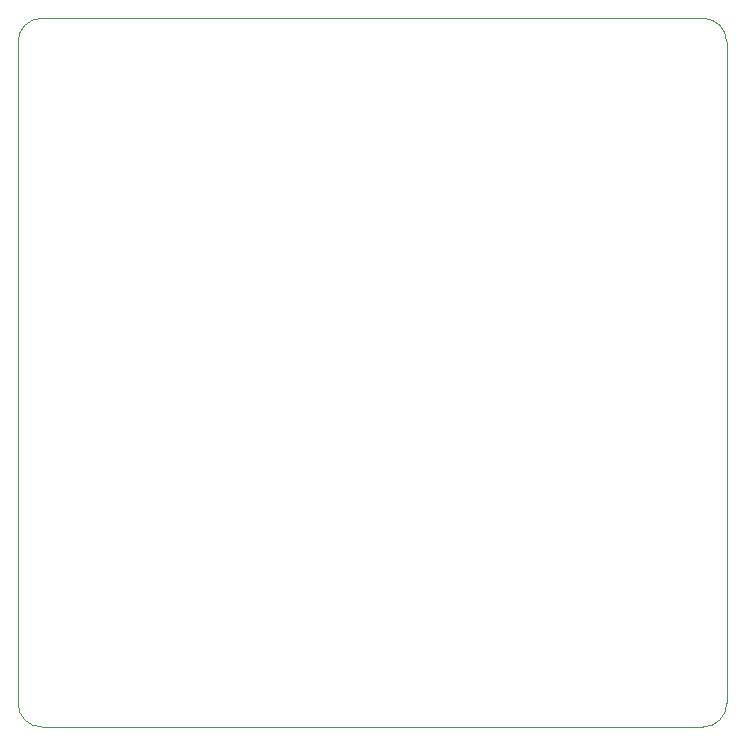
<source format=gbr>
%TF.GenerationSoftware,KiCad,Pcbnew,5.1.9-73d0e3b20d~88~ubuntu20.04.1*%
%TF.CreationDate,2021-01-12T14:06:49+01:00*%
%TF.ProjectId,MRS_Module_Host,4d52535f-4d6f-4647-956c-655f486f7374,1*%
%TF.SameCoordinates,Original*%
%TF.FileFunction,Profile,NP*%
%FSLAX46Y46*%
G04 Gerber Fmt 4.6, Leading zero omitted, Abs format (unit mm)*
G04 Created by KiCad (PCBNEW 5.1.9-73d0e3b20d~88~ubuntu20.04.1) date 2021-01-12 14:06:49*
%MOMM*%
%LPD*%
G01*
G04 APERTURE LIST*
%TA.AperFunction,Profile*%
%ADD10C,0.050000*%
%TD*%
G04 APERTURE END LIST*
D10*
X99000000Y-125000000D02*
G75*
G02*
X97000000Y-123000000I0J2000000D01*
G01*
X157000000Y-123000000D02*
G75*
G02*
X155000000Y-125000000I-2000000J0D01*
G01*
X155000000Y-65000000D02*
G75*
G02*
X157000000Y-67000000I0J-2000000D01*
G01*
X97000000Y-67000000D02*
G75*
G02*
X99000000Y-65000000I2000000J0D01*
G01*
X99000000Y-65000000D02*
X155000000Y-65000000D01*
X97000000Y-123000000D02*
X97000000Y-67000000D01*
X155000000Y-125000000D02*
X99000000Y-125000000D01*
X157000000Y-67000000D02*
X157000000Y-123000000D01*
M02*

</source>
